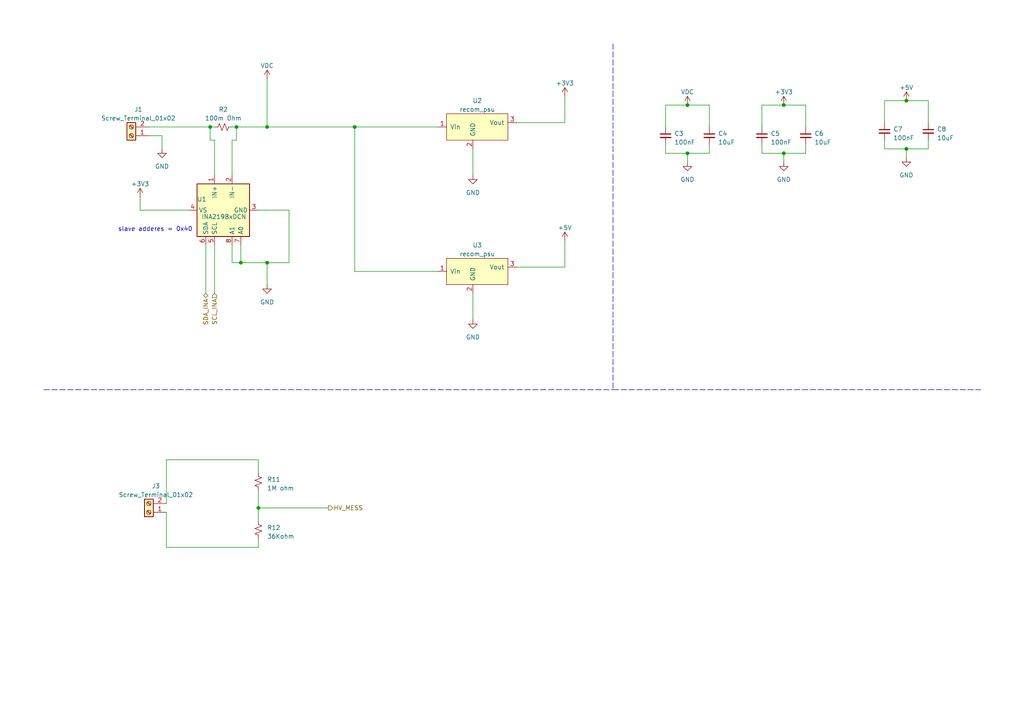
<source format=kicad_sch>
(kicad_sch (version 20210406) (generator eeschema)
  (paper "A4")
  (lib_symbols
    (symbol "Analog_ADC:INA219BxDCN"
      (property "Reference" "U" (at -6.35 8.89 0))
      (property "Value" "INA219BxDCN" (at 6.35 8.89 0))
      (symbol "INA219BxDCN_0_1"
        (rectangle (start -7.62 7.62) (end 7.62 -7.62) (stroke (width 0.254)) (fill (type background)))
      )
      (symbol "INA219BxDCN_1_1"
        (pin input line (at -10.16 2.54 0) (length 2.54) (name "IN+") (number "1"))
        (pin input line (at -10.16 -2.54 0) (length 2.54) (name "IN-") (number "2"))
        (pin power_in line (at 0 -10.16 90) (length 2.54) (name "GND") (number "3"))
        (pin power_in line (at 0 10.16 270) (length 2.54) (name "VS") (number "4"))
        (pin input line (at 10.16 2.54 180) (length 2.54) (name "SCL") (number "5"))
        (pin bidirectional line (at 10.16 5.08 180) (length 2.54) (name "SDA") (number "6"))
        (pin input line (at 10.16 -5.08 180) (length 2.54) (name "A0") (number "7"))
        (pin input line (at 10.16 -2.54 180) (length 2.54) (name "A1") (number "8"))
      )
    )
    (symbol "Connector:Screw_Terminal_01x02" (pin_names (offset 1.016) hide)
      (property "Reference" "J" (at 0 2.54 0))
      (property "Value" "Screw_Terminal_01x02" (at 0 -5.08 0))
      (symbol "Screw_Terminal_01x02_1_1"
        (circle (center 0 -2.54) (radius 0.635) (stroke (width 0.1524)))
        (circle (center 0 0) (radius 0.635) (stroke (width 0.1524)))
        (rectangle (start -1.27 1.27) (end 1.27 -3.81) (stroke (width 0.254)) (fill (type background)))
        (polyline (pts (xy -0.5334 -2.2098) (xy 0.3302 -3.048)) (stroke (width 0.1524)))
        (polyline (pts (xy -0.5334 0.3302) (xy 0.3302 -0.508)) (stroke (width 0.1524)))
        (polyline (pts (xy -0.3556 -2.032) (xy 0.508 -2.8702)) (stroke (width 0.1524)))
        (polyline (pts (xy -0.3556 0.508) (xy 0.508 -0.3302)) (stroke (width 0.1524)))
        (pin passive line (at -5.08 0 0) (length 3.81) (name "Pin_1") (number "1"))
        (pin passive line (at -5.08 -2.54 0) (length 3.81) (name "Pin_2") (number "2"))
      )
    )
    (symbol "Device:C_Small" (pin_numbers hide) (pin_names (offset 0.254) hide)
      (property "Reference" "C" (at 0.254 1.778 0))
      (property "Value" "C_Small" (at 0.254 -2.032 0))
      (symbol "C_Small_0_1"
        (polyline (pts (xy -1.524 -0.508) (xy 1.524 -0.508)) (stroke (width 0.3302)))
        (polyline (pts (xy -1.524 0.508) (xy 1.524 0.508)) (stroke (width 0.3048)))
      )
      (symbol "C_Small_1_1"
        (pin passive line (at 0 2.54 270) (length 2.032) (name "~") (number "1"))
        (pin passive line (at 0 -2.54 90) (length 2.032) (name "~") (number "2"))
      )
    )
    (symbol "Device:R_Small_US" (pin_numbers hide) (pin_names (offset 0.254) hide)
      (property "Reference" "R" (at 0.762 0.508 0))
      (property "Value" "R_Small_US" (at 0.762 -1.016 0))
      (symbol "R_Small_US_1_1"
        (polyline (pts (xy 0 0) (xy 1.016 -0.381) (xy 0 -0.762) (xy -1.016 -1.143) (xy 0 -1.524)))
        (polyline (pts (xy 0 1.524) (xy 1.016 1.143) (xy 0 0.762) (xy -1.016 0.381) (xy 0 0)))
        (pin passive line (at 0 2.54 270) (length 1.016) (name "~") (number "1"))
        (pin passive line (at 0 -2.54 90) (length 1.016) (name "~") (number "2"))
      )
    )
    (symbol "Halfgelijders:recom_psu" (pin_names (offset 1.016))
      (property "Reference" "U" (at 6.35 -1.27 0))
      (property "Value" "recom_psu" (at -1.27 6.35 0))
      (symbol "recom_psu_0_1"
        (rectangle (start -7.62 5.08) (end 10.16 -2.54) (fill (type background)))
      )
      (symbol "recom_psu_1_1"
        (pin power_in line (at -10.16 1.27 0) (length 2.54) (name "Vin") (number "1"))
        (pin power_out line (at 0 -5.08 90) (length 2.54) (name "GND") (number "2"))
        (pin power_out line (at 12.7 2.54 180) (length 2.54) (name "Vout") (number "3"))
      )
    )
    (symbol "power:+3V3" (power) (pin_names (offset 0))
      (property "Value" "+3V3" (at 0 3.556 0))
      (symbol "+3V3_0_1"
        (polyline (pts (xy -0.762 1.27) (xy 0 2.54)))
        (polyline (pts (xy 0 0) (xy 0 2.54)))
        (polyline (pts (xy 0 2.54) (xy 0.762 1.27)))
      )
      (symbol "+3V3_1_1"
        (pin power_in line (at 0 0 90) (length 0) hide (name "+3V3") (number "1"))
      )
    )
    (symbol "power:+5V" (power) (pin_names (offset 0))
      (property "Value" "+5V" (at 0 3.556 0))
      (symbol "+5V_0_1"
        (polyline (pts (xy -0.762 1.27) (xy 0 2.54)))
        (polyline (pts (xy 0 0) (xy 0 2.54)))
        (polyline (pts (xy 0 2.54) (xy 0.762 1.27)))
      )
      (symbol "+5V_1_1"
        (pin power_in line (at 0 0 90) (length 0) hide (name "+5V") (number "1"))
      )
    )
    (symbol "power:GND" (power) (pin_names (offset 0))
      (property "Value" "GND" (at 0 -3.81 0))
      (symbol "GND_0_1"
        (polyline (pts (xy 0 0) (xy 0 -1.27) (xy 1.27 -1.27) (xy 0 -2.54) (xy -1.27 -1.27) (xy 0 -1.27)))
      )
      (symbol "GND_1_1"
        (pin power_in line (at 0 0 270) (length 0) hide (name "GND") (number "1"))
      )
    )
    (symbol "power:VDC" (power) (pin_names (offset 0))
      (property "Value" "VDC" (at 0 6.35 0))
      (symbol "VDC_0_1"
        (polyline (pts (xy -0.762 1.27) (xy 0 2.54)))
        (polyline (pts (xy 0 0) (xy 0 2.54)))
        (polyline (pts (xy 0 2.54) (xy 0.762 1.27)))
      )
      (symbol "VDC_1_1"
        (pin power_in line (at 0 0 90) (length 0) hide (name "VDC") (number "1"))
      )
    )
  )
  (junction (at 60.96 36.83) (diameter 0.9144))
  (junction (at 68.58 36.83) (diameter 0.9144))
  (junction (at 69.85 76.2) (diameter 0.9144))
  (junction (at 74.93 147.32) (diameter 0.9144))
  (junction (at 77.47 36.83) (diameter 0.9144))
  (junction (at 77.47 76.2) (diameter 0.9144))
  (junction (at 102.87 36.83) (diameter 0.9144))
  (junction (at 199.39 30.48) (diameter 0.9144))
  (junction (at 199.39 44.45) (diameter 0.9144))
  (junction (at 227.33 30.48) (diameter 0.9144))
  (junction (at 227.33 44.45) (diameter 0.9144))
  (junction (at 262.89 29.21) (diameter 0.9144))
  (junction (at 262.89 43.18) (diameter 0.9144))
  (wire (pts (xy 40.64 60.96) (xy 40.64 57.15)))
  (wire (pts (xy 40.64 60.96) (xy 54.61 60.96)))
  (wire (pts (xy 43.18 36.83) (xy 60.96 36.83)))
  (wire (pts (xy 43.18 39.37) (xy 46.99 39.37)))
  (wire (pts (xy 46.99 39.37) (xy 46.99 43.18)))
  (wire (pts (xy 48.26 133.35) (xy 48.26 146.05)))
  (wire (pts (xy 48.26 133.35) (xy 74.93 133.35)))
  (wire (pts (xy 48.26 158.75) (xy 48.26 148.59)))
  (wire (pts (xy 59.69 71.12) (xy 59.69 85.09)))
  (wire (pts (xy 60.96 36.83) (xy 60.96 40.64)))
  (wire (pts (xy 60.96 36.83) (xy 62.23 36.83)))
  (wire (pts (xy 62.23 40.64) (xy 60.96 40.64)))
  (wire (pts (xy 62.23 40.64) (xy 62.23 50.8)))
  (wire (pts (xy 62.23 71.12) (xy 62.23 85.09)))
  (wire (pts (xy 67.31 36.83) (xy 68.58 36.83)))
  (wire (pts (xy 67.31 40.64) (xy 67.31 50.8)))
  (wire (pts (xy 67.31 40.64) (xy 68.58 40.64)))
  (wire (pts (xy 67.31 71.12) (xy 67.31 76.2)))
  (wire (pts (xy 67.31 76.2) (xy 69.85 76.2)))
  (wire (pts (xy 68.58 36.83) (xy 68.58 40.64)))
  (wire (pts (xy 68.58 36.83) (xy 77.47 36.83)))
  (wire (pts (xy 69.85 71.12) (xy 69.85 76.2)))
  (wire (pts (xy 69.85 76.2) (xy 77.47 76.2)))
  (wire (pts (xy 74.93 60.96) (xy 83.82 60.96)))
  (wire (pts (xy 74.93 137.16) (xy 74.93 133.35)))
  (wire (pts (xy 74.93 142.24) (xy 74.93 147.32)))
  (wire (pts (xy 74.93 147.32) (xy 74.93 151.13)))
  (wire (pts (xy 74.93 147.32) (xy 95.25 147.32)))
  (wire (pts (xy 74.93 156.21) (xy 74.93 158.75)))
  (wire (pts (xy 74.93 158.75) (xy 48.26 158.75)))
  (wire (pts (xy 77.47 22.86) (xy 77.47 36.83)))
  (wire (pts (xy 77.47 36.83) (xy 102.87 36.83)))
  (wire (pts (xy 77.47 76.2) (xy 77.47 82.55)))
  (wire (pts (xy 77.47 76.2) (xy 83.82 76.2)))
  (wire (pts (xy 83.82 60.96) (xy 83.82 76.2)))
  (wire (pts (xy 102.87 36.83) (xy 127 36.83)))
  (wire (pts (xy 102.87 78.74) (xy 102.87 36.83)))
  (wire (pts (xy 127 78.74) (xy 102.87 78.74)))
  (wire (pts (xy 137.16 43.18) (xy 137.16 50.8)))
  (wire (pts (xy 137.16 85.09) (xy 137.16 92.71)))
  (wire (pts (xy 149.86 35.56) (xy 163.83 35.56)))
  (wire (pts (xy 149.86 77.47) (xy 163.83 77.47)))
  (wire (pts (xy 163.83 35.56) (xy 163.83 27.94)))
  (wire (pts (xy 163.83 77.47) (xy 163.83 69.85)))
  (wire (pts (xy 193.04 30.48) (xy 199.39 30.48)))
  (wire (pts (xy 193.04 36.83) (xy 193.04 30.48)))
  (wire (pts (xy 193.04 41.91) (xy 193.04 44.45)))
  (wire (pts (xy 199.39 30.48) (xy 205.74 30.48)))
  (wire (pts (xy 199.39 44.45) (xy 193.04 44.45)))
  (wire (pts (xy 199.39 44.45) (xy 205.74 44.45)))
  (wire (pts (xy 199.39 46.99) (xy 199.39 44.45)))
  (wire (pts (xy 205.74 30.48) (xy 205.74 36.83)))
  (wire (pts (xy 205.74 44.45) (xy 205.74 41.91)))
  (wire (pts (xy 220.98 30.48) (xy 227.33 30.48)))
  (wire (pts (xy 220.98 36.83) (xy 220.98 30.48)))
  (wire (pts (xy 220.98 41.91) (xy 220.98 44.45)))
  (wire (pts (xy 227.33 30.48) (xy 233.68 30.48)))
  (wire (pts (xy 227.33 44.45) (xy 220.98 44.45)))
  (wire (pts (xy 227.33 44.45) (xy 233.68 44.45)))
  (wire (pts (xy 227.33 46.99) (xy 227.33 44.45)))
  (wire (pts (xy 233.68 30.48) (xy 233.68 36.83)))
  (wire (pts (xy 233.68 44.45) (xy 233.68 41.91)))
  (wire (pts (xy 256.54 29.21) (xy 262.89 29.21)))
  (wire (pts (xy 256.54 35.56) (xy 256.54 29.21)))
  (wire (pts (xy 256.54 40.64) (xy 256.54 43.18)))
  (wire (pts (xy 262.89 29.21) (xy 269.24 29.21)))
  (wire (pts (xy 262.89 43.18) (xy 256.54 43.18)))
  (wire (pts (xy 262.89 43.18) (xy 269.24 43.18)))
  (wire (pts (xy 262.89 45.72) (xy 262.89 43.18)))
  (wire (pts (xy 269.24 29.21) (xy 269.24 35.56)))
  (wire (pts (xy 269.24 43.18) (xy 269.24 40.64)))
  (polyline (pts (xy 12.7 113.03) (xy 177.8 113.03)) (stroke (width 0) (type dash)))
  (polyline (pts (xy 177.8 12.7) (xy 177.8 113.03)) (stroke (width 0) (type dash)))
  (polyline (pts (xy 177.8 113.03) (xy 284.48 113.03)) (stroke (width 0) (type dash)))
  (text "slave adderes = 0x40\n" (at 55.88 67.31 180) (effects (font (size 1.27 1.27)) (justify right bottom)))
  (hierarchical_label "SDA_INA" (shape bidirectional) (at 59.69 85.09 270))
  (hierarchical_label "SCL_INA" (shape input) (at 62.23 85.09 270))
  (hierarchical_label "HV_MESS" (shape output) (at 95.25 147.32 0))
  (symbol (lib_id "power:+3V3") (at 40.64 57.15 0) (unit 1)
    (property "Reference" "#PWR0111" (effects hide))
    (property "Value" "+3V3" (at 40.64 53.34 0))
  )
  (symbol (lib_id "power:VDC") (at 77.47 22.86 0) (unit 1)
    (property "Reference" "#PWR0104" (effects hide))
    (property "Value" "VDC" (at 77.47 19.05 0))
  )
  (symbol (lib_id "power:+3V3") (at 163.83 27.94 0) (unit 1)
    (property "Reference" "#PWR0109" (effects hide))
    (property "Value" "+3V3" (at 163.83 24.13 0))
  )
  (symbol (lib_id "power:+5V") (at 163.83 69.85 0) (unit 1)
    (property "Reference" "#PWR0107" (effects hide))
    (property "Value" "+5V" (at 163.83 66.04 0))
  )
  (symbol (lib_id "power:VDC") (at 199.39 30.48 0) (unit 1)
    (property "Reference" "#PWR0112" (effects hide))
    (property "Value" "VDC" (at 199.39 26.67 0))
  )
  (symbol (lib_id "power:+3V3") (at 227.33 30.48 0) (unit 1)
    (property "Reference" "#PWR0113" (effects hide))
    (property "Value" "+3V3" (at 227.33 26.67 0))
  )
  (symbol (lib_id "power:+5V") (at 262.89 29.21 0) (unit 1)
    (property "Reference" "#PWR0117" (effects hide))
    (property "Value" "+5V" (at 262.89 25.4 0))
  )
  (symbol (lib_id "power:GND") (at 46.99 43.18 0) (unit 1)
    (property "Reference" "#PWR0110" (effects hide))
    (property "Value" "GND" (at 46.99 48.26 0))
  )
  (symbol (lib_id "power:GND") (at 77.47 82.55 0) (unit 1)
    (property "Reference" "#PWR0105" (effects hide))
    (property "Value" "GND" (at 77.47 87.63 0))
  )
  (symbol (lib_id "power:GND") (at 137.16 50.8 0) (unit 1)
    (property "Reference" "#PWR0108" (effects hide))
    (property "Value" "GND" (at 137.16 55.88 0))
  )
  (symbol (lib_id "power:GND") (at 137.16 92.71 0) (unit 1)
    (property "Reference" "#PWR0106" (effects hide))
    (property "Value" "GND" (at 137.16 97.79 0))
  )
  (symbol (lib_id "power:GND") (at 199.39 46.99 0) (unit 1)
    (property "Reference" "#PWR0114" (effects hide))
    (property "Value" "GND" (at 199.39 52.07 0))
  )
  (symbol (lib_id "power:GND") (at 227.33 46.99 0) (unit 1)
    (property "Reference" "#PWR0115" (effects hide))
    (property "Value" "GND" (at 227.33 52.07 0))
  )
  (symbol (lib_id "power:GND") (at 262.89 45.72 0) (unit 1)
    (property "Reference" "#PWR0116" (effects hide))
    (property "Value" "GND" (at 262.89 50.8 0))
  )
  (symbol (lib_id "Device:R_Small_US") (at 64.77 36.83 90) (unit 1)
    (property "Reference" "R2" (at 64.77 31.75 90))
    (property "Value" "100m Ohm" (at 64.77 34.29 90))
    (property "Footprint" "vanalles:R_2512_6332Metric_Pad1.40x3.35mm_HandSolder" (effects hide))
  )
  (symbol (lib_id "Device:R_Small_US") (at 74.93 139.7 0) (unit 1)
    (property "Reference" "R11" (at 77.47 139.0649 0) (effects (justify left)))
    (property "Value" "1M ohm" (at 77.47 141.6049 0) (effects (justify left)))
    (property "Footprint" "vanalles:0603" (effects hide))
  )
  (symbol (lib_id "Device:R_Small_US") (at 74.93 153.67 0) (unit 1)
    (property "Reference" "R12" (at 77.47 153.0349 0) (effects (justify left)))
    (property "Value" "36Kohm" (at 77.47 155.5749 0) (effects (justify left)))
    (property "Footprint" "vanalles:0603" (effects hide))
  )
  (symbol (lib_id "Device:C_Small") (at 193.04 39.37 0) (unit 1)
    (property "Reference" "C3" (at 195.58 38.7349 0) (effects (justify left)))
    (property "Value" "100nF" (at 195.58 41.2749 0) (effects (justify left)))
    (property "Footprint" "vanalles:0603" (effects hide))
  )
  (symbol (lib_id "Device:C_Small") (at 205.74 39.37 0) (unit 1)
    (property "Reference" "C4" (at 208.28 38.7349 0) (effects (justify left)))
    (property "Value" "10uF" (at 208.28 41.2749 0) (effects (justify left)))
    (property "Footprint" "vanalles:0603" (effects hide))
  )
  (symbol (lib_id "Device:C_Small") (at 220.98 39.37 0) (unit 1)
    (property "Reference" "C5" (at 223.52 38.7349 0) (effects (justify left)))
    (property "Value" "100nF" (at 223.52 41.2749 0) (effects (justify left)))
    (property "Footprint" "vanalles:0603" (effects hide))
  )
  (symbol (lib_id "Device:C_Small") (at 233.68 39.37 0) (unit 1)
    (property "Reference" "C6" (at 236.22 38.7349 0) (effects (justify left)))
    (property "Value" "10uF" (at 236.22 41.2749 0) (effects (justify left)))
    (property "Footprint" "vanalles:0603" (effects hide))
  )
  (symbol (lib_id "Device:C_Small") (at 256.54 38.1 0) (unit 1)
    (property "Reference" "C7" (at 259.08 37.4649 0) (effects (justify left)))
    (property "Value" "100nF" (at 259.08 40.0049 0) (effects (justify left)))
    (property "Footprint" "vanalles:0603" (effects hide))
  )
  (symbol (lib_id "Device:C_Small") (at 269.24 38.1 0) (unit 1)
    (property "Reference" "C8" (at 271.78 37.4649 0) (effects (justify left)))
    (property "Value" "10uF" (at 271.78 40.0049 0) (effects (justify left)))
    (property "Footprint" "vanalles:0603" (effects hide))
  )
  (symbol (lib_id "Connector:Screw_Terminal_01x02") (at 38.1 39.37 180) (unit 1)
    (property "Reference" "J1" (at 40.132 31.75 0))
    (property "Value" "Screw_Terminal_01x02" (at 40.132 34.29 0))
    (property "Footprint" "connectors_user:AMASS_XT60PW-F" (effects hide))
  )
  (symbol (lib_id "Connector:Screw_Terminal_01x02") (at 43.18 148.59 180) (unit 1)
    (property "Reference" "J3" (at 45.212 140.97 0))
    (property "Value" "Screw_Terminal_01x02" (at 45.212 143.51 0))
    (property "Footprint" "connectors_user:AMASS_XT60PW-F" (effects hide))
  )
  (symbol (lib_id "Halfgelijders:recom_psu") (at 137.16 38.1 0) (unit 1)
    (property "Reference" "U2" (at 138.43 29.21 0))
    (property "Value" "recom_psu" (at 138.43 31.75 0))
    (property "Footprint" "vanalles:recom psu" (effects hide))
  )
  (symbol (lib_id "Halfgelijders:recom_psu") (at 137.16 80.01 0) (unit 1)
    (property "Reference" "U3" (at 138.43 71.12 0))
    (property "Value" "recom_psu" (at 138.43 73.66 0))
    (property "Footprint" "vanalles:recom psu" (effects hide))
  )
  (symbol (lib_id "Analog_ADC:INA219BxDCN") (at 64.77 60.96 90) (mirror x) (unit 1)
    (property "Reference" "U1" (at 57.15 57.7849 90) (effects (justify right)))
    (property "Value" "INA219BxDCN" (at 58.42 62.8649 90) (effects (justify right)))
    (property "Footprint" "halfgeleiders:SOIC127P599X175-8N" (effects hide))
    (property "Datasheet" "http://www.ti.com/lit/ds/symlink/ina219.pdf" (effects hide))
  )
)
</source>
